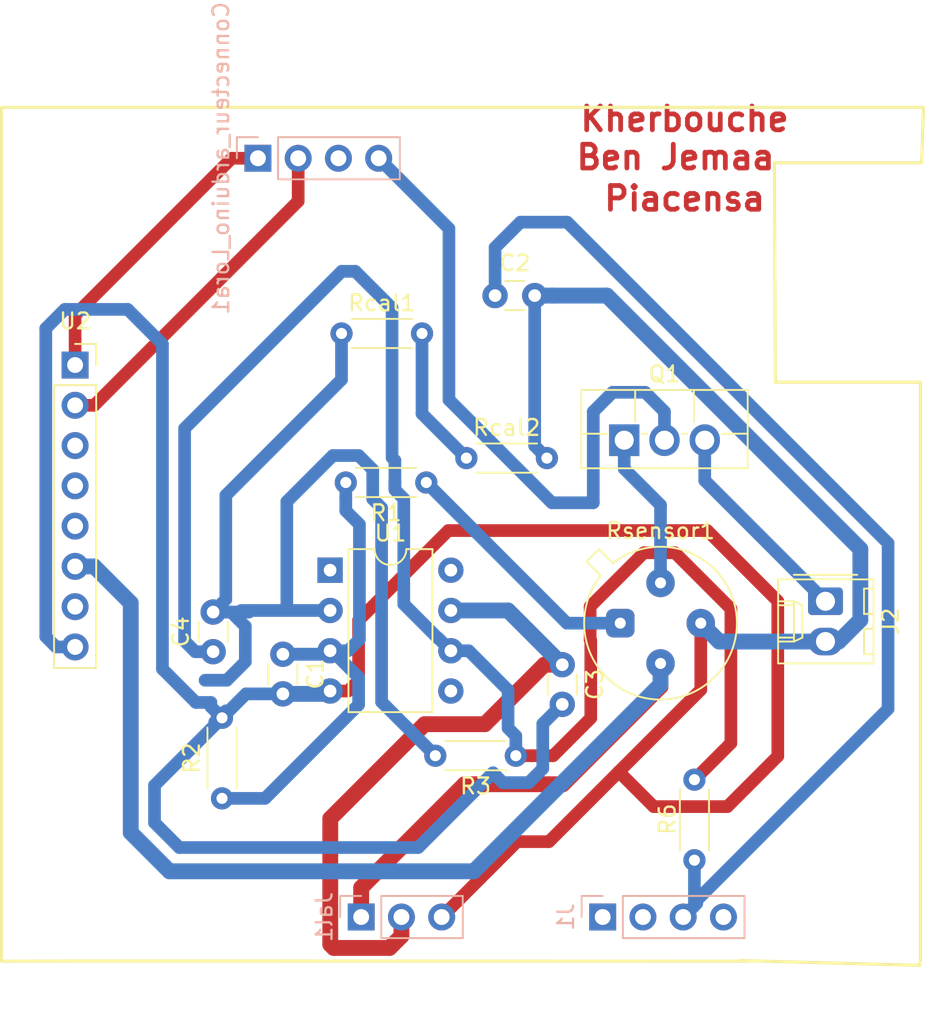
<source format=kicad_pcb>
(kicad_pcb (version 20171130) (host pcbnew "(5.0.1)-3")

  (general
    (thickness 1.6)
    (drawings 13)
    (tracks 186)
    (zones 0)
    (modules 18)
    (nets 26)
  )

  (page A4)
  (layers
    (0 F.Cu signal)
    (31 B.Cu signal)
    (32 B.Adhes user)
    (33 F.Adhes user)
    (34 B.Paste user)
    (35 F.Paste user)
    (36 B.SilkS user)
    (37 F.SilkS user)
    (38 B.Mask user)
    (39 F.Mask user)
    (40 Dwgs.User user)
    (41 Cmts.User user)
    (42 Eco1.User user)
    (43 Eco2.User user)
    (44 Edge.Cuts user)
    (45 Margin user)
    (46 B.CrtYd user)
    (47 F.CrtYd user)
    (48 B.Fab user)
    (49 F.Fab user)
  )

  (setup
    (last_trace_width 0.8)
    (trace_clearance 0.6)
    (zone_clearance 0.508)
    (zone_45_only no)
    (trace_min 0.2)
    (segment_width 0.2)
    (edge_width 0.1)
    (via_size 1.6)
    (via_drill 0.4)
    (via_min_size 0.4)
    (via_min_drill 0.3)
    (uvia_size 0.3)
    (uvia_drill 0.1)
    (uvias_allowed no)
    (uvia_min_size 0.2)
    (uvia_min_drill 0.1)
    (pcb_text_width 0.3)
    (pcb_text_size 1.5 1.5)
    (mod_edge_width 0.15)
    (mod_text_size 1 1)
    (mod_text_width 0.15)
    (pad_size 1.5 1.5)
    (pad_drill 0.6)
    (pad_to_mask_clearance 0)
    (solder_mask_min_width 0.25)
    (aux_axis_origin 0 0)
    (visible_elements 7FFFFFFF)
    (pcbplotparams
      (layerselection 0x010fc_ffffffff)
      (usegerberextensions false)
      (usegerberattributes false)
      (usegerberadvancedattributes false)
      (creategerberjobfile false)
      (excludeedgelayer true)
      (linewidth 0.100000)
      (plotframeref false)
      (viasonmask false)
      (mode 1)
      (useauxorigin false)
      (hpglpennumber 1)
      (hpglpenspeed 20)
      (hpglpendiameter 15.000000)
      (psnegative false)
      (psa4output false)
      (plotreference true)
      (plotvalue true)
      (plotinvisibletext false)
      (padsonsilk false)
      (subtractmaskfromsilk false)
      (outputformat 1)
      (mirror false)
      (drillshape 1)
      (scaleselection 1)
      (outputdirectory ""))
  )

  (net 0 "")
  (net 1 "Net-(C1-Pad1)")
  (net 2 GND)
  (net 3 GAS)
  (net 4 +5V)
  (net 5 "Net-(C4-Pad2)")
  (net 6 "Net-(C4-Pad1)")
  (net 7 TX)
  (net 8 RX)
  (net 9 "Net-(J1-Pad1)")
  (net 10 "Net-(J1-Pad2)")
  (net 11 "Net-(J1-Pad4)")
  (net 12 "Net-(J2-Pad1)")
  (net 13 +3V3)
  (net 14 "Net-(Q1-Pad1)")
  (net 15 "Net-(R1-Pad1)")
  (net 16 "Net-(Rcal1-Pad2)")
  (net 17 "Net-(U1-Pad1)")
  (net 18 "Net-(U1-Pad5)")
  (net 19 "Net-(U1-Pad8)")
  (net 20 "Net-(Connecteur_arduino_Lora1-Pad4)")
  (net 21 "Net-(Connecteur_arduino_Lora1-Pad3)")
  (net 22 "Net-(U2-Pad3)")
  (net 23 "Net-(U2-Pad4)")
  (net 24 "Net-(U2-Pad5)")
  (net 25 "Net-(U2-Pad7)")

  (net_class Default "Ceci est la Netclass par défaut."
    (clearance 0.6)
    (trace_width 0.8)
    (via_dia 1.6)
    (via_drill 0.4)
    (uvia_dia 0.3)
    (uvia_drill 0.1)
    (add_net GAS)
    (add_net GND)
    (add_net "Net-(C1-Pad1)")
    (add_net "Net-(C4-Pad1)")
    (add_net "Net-(C4-Pad2)")
    (add_net "Net-(Connecteur_arduino_Lora1-Pad3)")
    (add_net "Net-(Connecteur_arduino_Lora1-Pad4)")
    (add_net "Net-(J1-Pad1)")
    (add_net "Net-(J1-Pad2)")
    (add_net "Net-(J1-Pad4)")
    (add_net "Net-(J2-Pad1)")
    (add_net "Net-(Q1-Pad1)")
    (add_net "Net-(R1-Pad1)")
    (add_net "Net-(Rcal1-Pad2)")
    (add_net "Net-(U1-Pad1)")
    (add_net "Net-(U1-Pad5)")
    (add_net "Net-(U1-Pad8)")
    (add_net "Net-(U2-Pad3)")
    (add_net "Net-(U2-Pad4)")
    (add_net "Net-(U2-Pad5)")
    (add_net "Net-(U2-Pad7)")
    (add_net RX)
    (add_net TX)
  )

  (net_class alim ""
    (clearance 0.6)
    (trace_width 1)
    (via_dia 1.6)
    (via_drill 0.4)
    (uvia_dia 0.3)
    (uvia_drill 0.1)
    (add_net +3V3)
    (add_net +5V)
  )

  (module Capacitor_THT:C_Disc_D3.0mm_W1.6mm_P2.50mm (layer F.Cu) (tedit 5AE50EF0) (tstamp 5C0B8F6B)
    (at 142.29 102.4 270)
    (descr "C, Disc series, Radial, pin pitch=2.50mm, , diameter*width=3.0*1.6mm^2, Capacitor, http://www.vishay.com/docs/45233/krseries.pdf")
    (tags "C Disc series Radial pin pitch 2.50mm  diameter 3.0mm width 1.6mm Capacitor")
    (path /5BEAC7FF)
    (fp_text reference C1 (at 1.25 -2.05 270) (layer F.SilkS)
      (effects (font (size 1 1) (thickness 0.15)))
    )
    (fp_text value 100n (at 1.25 2.05 270) (layer F.Fab)
      (effects (font (size 1 1) (thickness 0.15)))
    )
    (fp_text user %R (at 1.25 0 270) (layer F.Fab)
      (effects (font (size 0.6 0.6) (thickness 0.09)))
    )
    (fp_line (start 3.55 -1.05) (end -1.05 -1.05) (layer F.CrtYd) (width 0.05))
    (fp_line (start 3.55 1.05) (end 3.55 -1.05) (layer F.CrtYd) (width 0.05))
    (fp_line (start -1.05 1.05) (end 3.55 1.05) (layer F.CrtYd) (width 0.05))
    (fp_line (start -1.05 -1.05) (end -1.05 1.05) (layer F.CrtYd) (width 0.05))
    (fp_line (start 0.621 0.92) (end 1.879 0.92) (layer F.SilkS) (width 0.12))
    (fp_line (start 0.621 -0.92) (end 1.879 -0.92) (layer F.SilkS) (width 0.12))
    (fp_line (start 2.75 -0.8) (end -0.25 -0.8) (layer F.Fab) (width 0.1))
    (fp_line (start 2.75 0.8) (end 2.75 -0.8) (layer F.Fab) (width 0.1))
    (fp_line (start -0.25 0.8) (end 2.75 0.8) (layer F.Fab) (width 0.1))
    (fp_line (start -0.25 -0.8) (end -0.25 0.8) (layer F.Fab) (width 0.1))
    (pad 2 thru_hole circle (at 2.5 0 270) (size 1.6 1.6) (drill 0.8) (layers *.Cu *.Mask)
      (net 2 GND))
    (pad 1 thru_hole circle (at 0 0 270) (size 1.6 1.6) (drill 0.8) (layers *.Cu *.Mask)
      (net 1 "Net-(C1-Pad1)"))
    (model ${KISYS3DMOD}/Capacitor_THT.3dshapes/C_Disc_D3.0mm_W1.6mm_P2.50mm.wrl
      (at (xyz 0 0 0))
      (scale (xyz 1 1 1))
      (rotate (xyz 0 0 0))
    )
  )

  (module Capacitor_THT:C_Disc_D3.0mm_W1.6mm_P2.50mm (layer F.Cu) (tedit 5AE50EF0) (tstamp 5C0B8F5B)
    (at 155.68 79.78)
    (descr "C, Disc series, Radial, pin pitch=2.50mm, , diameter*width=3.0*1.6mm^2, Capacitor, http://www.vishay.com/docs/45233/krseries.pdf")
    (tags "C Disc series Radial pin pitch 2.50mm  diameter 3.0mm width 1.6mm Capacitor")
    (path /5BE33E33)
    (fp_text reference C2 (at 1.25 -2.05) (layer F.SilkS)
      (effects (font (size 1 1) (thickness 0.15)))
    )
    (fp_text value 100n (at 1.25 2.05) (layer F.Fab)
      (effects (font (size 1 1) (thickness 0.15)))
    )
    (fp_line (start -0.25 -0.8) (end -0.25 0.8) (layer F.Fab) (width 0.1))
    (fp_line (start -0.25 0.8) (end 2.75 0.8) (layer F.Fab) (width 0.1))
    (fp_line (start 2.75 0.8) (end 2.75 -0.8) (layer F.Fab) (width 0.1))
    (fp_line (start 2.75 -0.8) (end -0.25 -0.8) (layer F.Fab) (width 0.1))
    (fp_line (start 0.621 -0.92) (end 1.879 -0.92) (layer F.SilkS) (width 0.12))
    (fp_line (start 0.621 0.92) (end 1.879 0.92) (layer F.SilkS) (width 0.12))
    (fp_line (start -1.05 -1.05) (end -1.05 1.05) (layer F.CrtYd) (width 0.05))
    (fp_line (start -1.05 1.05) (end 3.55 1.05) (layer F.CrtYd) (width 0.05))
    (fp_line (start 3.55 1.05) (end 3.55 -1.05) (layer F.CrtYd) (width 0.05))
    (fp_line (start 3.55 -1.05) (end -1.05 -1.05) (layer F.CrtYd) (width 0.05))
    (fp_text user %R (at 1.25 0) (layer F.Fab)
      (effects (font (size 0.6 0.6) (thickness 0.09)))
    )
    (pad 1 thru_hole circle (at 0 0) (size 1.6 1.6) (drill 0.8) (layers *.Cu *.Mask)
      (net 3 GAS))
    (pad 2 thru_hole circle (at 2.5 0) (size 1.6 1.6) (drill 0.8) (layers *.Cu *.Mask)
      (net 2 GND))
    (model ${KISYS3DMOD}/Capacitor_THT.3dshapes/C_Disc_D3.0mm_W1.6mm_P2.50mm.wrl
      (at (xyz 0 0 0))
      (scale (xyz 1 1 1))
      (rotate (xyz 0 0 0))
    )
  )

  (module Capacitor_THT:C_Disc_D3.0mm_W1.6mm_P2.50mm (layer F.Cu) (tedit 5AE50EF0) (tstamp 5C0B8F4B)
    (at 159.92 103.06 270)
    (descr "C, Disc series, Radial, pin pitch=2.50mm, , diameter*width=3.0*1.6mm^2, Capacitor, http://www.vishay.com/docs/45233/krseries.pdf")
    (tags "C Disc series Radial pin pitch 2.50mm  diameter 3.0mm width 1.6mm Capacitor")
    (path /5BE33EDD)
    (fp_text reference C3 (at 1.25 -2.05 270) (layer F.SilkS)
      (effects (font (size 1 1) (thickness 0.15)))
    )
    (fp_text value 100n (at 1.12 1.73 270) (layer F.Fab)
      (effects (font (size 1 1) (thickness 0.15)))
    )
    (fp_text user %R (at 1.25 0 270) (layer F.Fab)
      (effects (font (size 0.6 0.6) (thickness 0.09)))
    )
    (fp_line (start 3.55 -1.05) (end -1.05 -1.05) (layer F.CrtYd) (width 0.05))
    (fp_line (start 3.55 1.05) (end 3.55 -1.05) (layer F.CrtYd) (width 0.05))
    (fp_line (start -1.05 1.05) (end 3.55 1.05) (layer F.CrtYd) (width 0.05))
    (fp_line (start -1.05 -1.05) (end -1.05 1.05) (layer F.CrtYd) (width 0.05))
    (fp_line (start 0.621 0.92) (end 1.879 0.92) (layer F.SilkS) (width 0.12))
    (fp_line (start 0.621 -0.92) (end 1.879 -0.92) (layer F.SilkS) (width 0.12))
    (fp_line (start 2.75 -0.8) (end -0.25 -0.8) (layer F.Fab) (width 0.1))
    (fp_line (start 2.75 0.8) (end 2.75 -0.8) (layer F.Fab) (width 0.1))
    (fp_line (start -0.25 0.8) (end 2.75 0.8) (layer F.Fab) (width 0.1))
    (fp_line (start -0.25 -0.8) (end -0.25 0.8) (layer F.Fab) (width 0.1))
    (pad 2 thru_hole circle (at 2.5 0 270) (size 1.6 1.6) (drill 0.8) (layers *.Cu *.Mask)
      (net 2 GND))
    (pad 1 thru_hole circle (at 0 0 270) (size 1.6 1.6) (drill 0.8) (layers *.Cu *.Mask)
      (net 4 +5V))
    (model ${KISYS3DMOD}/Capacitor_THT.3dshapes/C_Disc_D3.0mm_W1.6mm_P2.50mm.wrl
      (at (xyz 0 0 0))
      (scale (xyz 1 1 1))
      (rotate (xyz 0 0 0))
    )
  )

  (module Capacitor_THT:C_Disc_D3.0mm_W1.6mm_P2.50mm (layer F.Cu) (tedit 5AE50EF0) (tstamp 5C0B8F3B)
    (at 137.89 102.24 90)
    (descr "C, Disc series, Radial, pin pitch=2.50mm, , diameter*width=3.0*1.6mm^2, Capacitor, http://www.vishay.com/docs/45233/krseries.pdf")
    (tags "C Disc series Radial pin pitch 2.50mm  diameter 3.0mm width 1.6mm Capacitor")
    (path /5BE33CE3)
    (fp_text reference C4 (at 1.25 -2.05 90) (layer F.SilkS)
      (effects (font (size 1 1) (thickness 0.15)))
    )
    (fp_text value 1u (at 1.25 2.05 90) (layer F.Fab)
      (effects (font (size 1 1) (thickness 0.15)))
    )
    (fp_line (start -0.25 -0.8) (end -0.25 0.8) (layer F.Fab) (width 0.1))
    (fp_line (start -0.25 0.8) (end 2.75 0.8) (layer F.Fab) (width 0.1))
    (fp_line (start 2.75 0.8) (end 2.75 -0.8) (layer F.Fab) (width 0.1))
    (fp_line (start 2.75 -0.8) (end -0.25 -0.8) (layer F.Fab) (width 0.1))
    (fp_line (start 0.621 -0.92) (end 1.879 -0.92) (layer F.SilkS) (width 0.12))
    (fp_line (start 0.621 0.92) (end 1.879 0.92) (layer F.SilkS) (width 0.12))
    (fp_line (start -1.05 -1.05) (end -1.05 1.05) (layer F.CrtYd) (width 0.05))
    (fp_line (start -1.05 1.05) (end 3.55 1.05) (layer F.CrtYd) (width 0.05))
    (fp_line (start 3.55 1.05) (end 3.55 -1.05) (layer F.CrtYd) (width 0.05))
    (fp_line (start 3.55 -1.05) (end -1.05 -1.05) (layer F.CrtYd) (width 0.05))
    (fp_text user %R (at -1.34 -0.17 90) (layer F.Fab)
      (effects (font (size 0.6 0.6) (thickness 0.09)))
    )
    (pad 1 thru_hole circle (at 0 0 90) (size 1.6 1.6) (drill 0.8) (layers *.Cu *.Mask)
      (net 6 "Net-(C4-Pad1)"))
    (pad 2 thru_hole circle (at 2.5 0 90) (size 1.6 1.6) (drill 0.8) (layers *.Cu *.Mask)
      (net 5 "Net-(C4-Pad2)"))
    (model ${KISYS3DMOD}/Capacitor_THT.3dshapes/C_Disc_D3.0mm_W1.6mm_P2.50mm.wrl
      (at (xyz 0 0 0))
      (scale (xyz 1 1 1))
      (rotate (xyz 0 0 0))
    )
  )

  (module Connector_PinSocket_2.54mm:PinSocket_1x08_P2.54mm_Vertical (layer F.Cu) (tedit 5A19A420) (tstamp 5C0B7B4A)
    (at 129.18 84.16)
    (descr "Through hole straight socket strip, 1x08, 2.54mm pitch, single row (from Kicad 4.0.7), script generated")
    (tags "Through hole socket strip THT 1x08 2.54mm single row")
    (path /5BFF0A95)
    (fp_text reference U2 (at 0 -2.77) (layer F.SilkS)
      (effects (font (size 1 1) (thickness 0.15)))
    )
    (fp_text value rn2483 (at 0 20.55) (layer F.Fab)
      (effects (font (size 1 1) (thickness 0.15)))
    )
    (fp_line (start -1.27 -1.27) (end 0.635 -1.27) (layer F.Fab) (width 0.1))
    (fp_line (start 0.635 -1.27) (end 1.27 -0.635) (layer F.Fab) (width 0.1))
    (fp_line (start 1.27 -0.635) (end 1.27 19.05) (layer F.Fab) (width 0.1))
    (fp_line (start 1.27 19.05) (end -1.27 19.05) (layer F.Fab) (width 0.1))
    (fp_line (start -1.27 19.05) (end -1.27 -1.27) (layer F.Fab) (width 0.1))
    (fp_line (start -1.33 1.27) (end 1.33 1.27) (layer F.SilkS) (width 0.12))
    (fp_line (start -1.33 1.27) (end -1.33 19.11) (layer F.SilkS) (width 0.12))
    (fp_line (start -1.33 19.11) (end 1.33 19.11) (layer F.SilkS) (width 0.12))
    (fp_line (start 1.33 1.27) (end 1.33 19.11) (layer F.SilkS) (width 0.12))
    (fp_line (start 1.33 -1.33) (end 1.33 0) (layer F.SilkS) (width 0.12))
    (fp_line (start 0 -1.33) (end 1.33 -1.33) (layer F.SilkS) (width 0.12))
    (fp_line (start -1.8 -1.8) (end 1.75 -1.8) (layer F.CrtYd) (width 0.05))
    (fp_line (start 1.75 -1.8) (end 1.75 19.55) (layer F.CrtYd) (width 0.05))
    (fp_line (start 1.75 19.55) (end -1.8 19.55) (layer F.CrtYd) (width 0.05))
    (fp_line (start -1.8 19.55) (end -1.8 -1.8) (layer F.CrtYd) (width 0.05))
    (fp_text user %R (at 0 8.89 90) (layer F.Fab)
      (effects (font (size 1 1) (thickness 0.15)))
    )
    (pad 1 thru_hole rect (at 0 0) (size 1.7 1.7) (drill 1) (layers *.Cu *.Mask)
      (net 7 TX))
    (pad 2 thru_hole oval (at 0 2.54) (size 1.7 1.7) (drill 1) (layers *.Cu *.Mask)
      (net 8 RX))
    (pad 3 thru_hole oval (at 0 5.08) (size 1.7 1.7) (drill 1) (layers *.Cu *.Mask)
      (net 22 "Net-(U2-Pad3)"))
    (pad 4 thru_hole oval (at 0 7.62) (size 1.7 1.7) (drill 1) (layers *.Cu *.Mask)
      (net 23 "Net-(U2-Pad4)"))
    (pad 5 thru_hole oval (at 0 10.16) (size 1.7 1.7) (drill 1) (layers *.Cu *.Mask)
      (net 24 "Net-(U2-Pad5)"))
    (pad 6 thru_hole oval (at 0 12.7) (size 1.7 1.7) (drill 1) (layers *.Cu *.Mask)
      (net 13 +3V3))
    (pad 7 thru_hole oval (at 0 15.24) (size 1.7 1.7) (drill 1) (layers *.Cu *.Mask)
      (net 25 "Net-(U2-Pad7)"))
    (pad 8 thru_hole oval (at 0 17.78) (size 1.7 1.7) (drill 1) (layers *.Cu *.Mask)
      (net 2 GND))
    (model ${KISYS3DMOD}/Connector_PinSocket_2.54mm.3dshapes/PinSocket_1x08_P2.54mm_Vertical.wrl
      (at (xyz 0 0 0))
      (scale (xyz 1 1 1))
      (rotate (xyz 0 0 0))
    )
  )

  (module Connector_PinHeader_2.54mm:PinHeader_1x04_P2.54mm_Vertical (layer B.Cu) (tedit 59FED5CC) (tstamp 5C012AA2)
    (at 162.4711 118.9736 270)
    (descr "Through hole straight pin header, 1x04, 2.54mm pitch, single row")
    (tags "Through hole pin header THT 1x04 2.54mm single row")
    (path /5BFB17B5)
    (fp_text reference J1 (at 0 2.33 270) (layer B.SilkS)
      (effects (font (size 1 1) (thickness 0.15)) (justify mirror))
    )
    (fp_text value Conn_01x04_Male (at 0 -9.95 270) (layer B.Fab)
      (effects (font (size 1 1) (thickness 0.15)) (justify mirror))
    )
    (fp_line (start -0.635 1.27) (end 1.27 1.27) (layer B.Fab) (width 0.1))
    (fp_line (start 1.27 1.27) (end 1.27 -8.89) (layer B.Fab) (width 0.1))
    (fp_line (start 1.27 -8.89) (end -1.27 -8.89) (layer B.Fab) (width 0.1))
    (fp_line (start -1.27 -8.89) (end -1.27 0.635) (layer B.Fab) (width 0.1))
    (fp_line (start -1.27 0.635) (end -0.635 1.27) (layer B.Fab) (width 0.1))
    (fp_line (start -1.33 -8.95) (end 1.33 -8.95) (layer B.SilkS) (width 0.12))
    (fp_line (start -1.33 -1.27) (end -1.33 -8.95) (layer B.SilkS) (width 0.12))
    (fp_line (start 1.33 -1.27) (end 1.33 -8.95) (layer B.SilkS) (width 0.12))
    (fp_line (start -1.33 -1.27) (end 1.33 -1.27) (layer B.SilkS) (width 0.12))
    (fp_line (start -1.33 0) (end -1.33 1.33) (layer B.SilkS) (width 0.12))
    (fp_line (start -1.33 1.33) (end 0 1.33) (layer B.SilkS) (width 0.12))
    (fp_line (start -1.8 1.8) (end -1.8 -9.4) (layer B.CrtYd) (width 0.05))
    (fp_line (start -1.8 -9.4) (end 1.8 -9.4) (layer B.CrtYd) (width 0.05))
    (fp_line (start 1.8 -9.4) (end 1.8 1.8) (layer B.CrtYd) (width 0.05))
    (fp_line (start 1.8 1.8) (end -1.8 1.8) (layer B.CrtYd) (width 0.05))
    (fp_text user %R (at 0 -3.81 180) (layer B.Fab)
      (effects (font (size 1 1) (thickness 0.15)) (justify mirror))
    )
    (pad 1 thru_hole rect (at 0 0 270) (size 1.7 1.7) (drill 1) (layers *.Cu *.Mask)
      (net 9 "Net-(J1-Pad1)"))
    (pad 2 thru_hole oval (at 0 -2.54 270) (size 1.7 1.7) (drill 1) (layers *.Cu *.Mask)
      (net 10 "Net-(J1-Pad2)"))
    (pad 3 thru_hole oval (at 0 -5.08 270) (size 1.7 1.7) (drill 1) (layers *.Cu *.Mask)
      (net 3 GAS))
    (pad 4 thru_hole oval (at 0 -7.62 270) (size 1.7 1.7) (drill 1) (layers *.Cu *.Mask)
      (net 11 "Net-(J1-Pad4)"))
    (model ${KISYS3DMOD}/Connector_PinHeader_2.54mm.3dshapes/PinHeader_1x04_P2.54mm_Vertical.wrl
      (at (xyz 0 0 0))
      (scale (xyz 1 1 1))
      (rotate (xyz 0 0 0))
    )
  )

  (module Connector_PinHeader_2.54mm:PinHeader_1x04_P2.54mm_Vertical (layer B.Cu) (tedit 59FED5CC) (tstamp 5C071BFD)
    (at 140.716 71.12 270)
    (descr "Through hole straight pin header, 1x04, 2.54mm pitch, single row")
    (tags "Through hole pin header THT 1x04 2.54mm single row")
    (path /5BFAA5D6)
    (fp_text reference Connecteur_arduino_Lora1 (at 0 2.33 270) (layer B.SilkS)
      (effects (font (size 1 1) (thickness 0.15)) (justify mirror))
    )
    (fp_text value Conn_01x04 (at 0 -9.95 270) (layer B.Fab)
      (effects (font (size 1 1) (thickness 0.15)) (justify mirror))
    )
    (fp_line (start -0.635 1.27) (end 1.27 1.27) (layer B.Fab) (width 0.1))
    (fp_line (start 1.27 1.27) (end 1.27 -8.89) (layer B.Fab) (width 0.1))
    (fp_line (start 1.27 -8.89) (end -1.27 -8.89) (layer B.Fab) (width 0.1))
    (fp_line (start -1.27 -8.89) (end -1.27 0.635) (layer B.Fab) (width 0.1))
    (fp_line (start -1.27 0.635) (end -0.635 1.27) (layer B.Fab) (width 0.1))
    (fp_line (start -1.33 -8.95) (end 1.33 -8.95) (layer B.SilkS) (width 0.12))
    (fp_line (start -1.33 -1.27) (end -1.33 -8.95) (layer B.SilkS) (width 0.12))
    (fp_line (start 1.33 -1.27) (end 1.33 -8.95) (layer B.SilkS) (width 0.12))
    (fp_line (start -1.33 -1.27) (end 1.33 -1.27) (layer B.SilkS) (width 0.12))
    (fp_line (start -1.33 0) (end -1.33 1.33) (layer B.SilkS) (width 0.12))
    (fp_line (start -1.33 1.33) (end 0 1.33) (layer B.SilkS) (width 0.12))
    (fp_line (start -1.8 1.8) (end -1.8 -9.4) (layer B.CrtYd) (width 0.05))
    (fp_line (start -1.8 -9.4) (end 1.8 -9.4) (layer B.CrtYd) (width 0.05))
    (fp_line (start 1.8 -9.4) (end 1.8 1.8) (layer B.CrtYd) (width 0.05))
    (fp_line (start 1.8 1.8) (end -1.8 1.8) (layer B.CrtYd) (width 0.05))
    (fp_text user %R (at 0 -3.81 180) (layer B.Fab)
      (effects (font (size 1 1) (thickness 0.15)) (justify mirror))
    )
    (pad 1 thru_hole rect (at 0 0 270) (size 1.7 1.7) (drill 1) (layers *.Cu *.Mask)
      (net 7 TX))
    (pad 2 thru_hole oval (at 0 -2.54 270) (size 1.7 1.7) (drill 1) (layers *.Cu *.Mask)
      (net 8 RX))
    (pad 3 thru_hole oval (at 0 -5.08 270) (size 1.7 1.7) (drill 1) (layers *.Cu *.Mask)
      (net 21 "Net-(Connecteur_arduino_Lora1-Pad3)"))
    (pad 4 thru_hole oval (at 0 -7.62 270) (size 1.7 1.7) (drill 1) (layers *.Cu *.Mask)
      (net 20 "Net-(Connecteur_arduino_Lora1-Pad4)"))
    (model ${KISYS3DMOD}/Connector_PinHeader_2.54mm.3dshapes/PinHeader_1x04_P2.54mm_Vertical.wrl
      (at (xyz 0 0 0))
      (scale (xyz 1 1 1))
      (rotate (xyz 0 0 0))
    )
  )

  (module Connector_Molex:Molex_KK-254_AE-6410-02A_1x02_P2.54mm_Vertical (layer F.Cu) (tedit 5B78013E) (tstamp 5C012AC6)
    (at 176.53 99.06 270)
    (descr "Molex KK-254 Interconnect System, old/engineering part number: AE-6410-02A example for new part number: 22-27-2021, 2 Pins (http://www.molex.com/pdm_docs/sd/022272021_sd.pdf), generated with kicad-footprint-generator")
    (tags "connector Molex KK-254 side entry")
    (path /5BEC4B2F)
    (fp_text reference J2 (at 1.27 -4.12 270) (layer F.SilkS)
      (effects (font (size 1 1) (thickness 0.15)))
    )
    (fp_text value "Alim Vin" (at 1.27 4.08 270) (layer F.Fab)
      (effects (font (size 1 1) (thickness 0.15)))
    )
    (fp_line (start -1.27 -2.92) (end -1.27 2.88) (layer F.Fab) (width 0.1))
    (fp_line (start -1.27 2.88) (end 3.81 2.88) (layer F.Fab) (width 0.1))
    (fp_line (start 3.81 2.88) (end 3.81 -2.92) (layer F.Fab) (width 0.1))
    (fp_line (start 3.81 -2.92) (end -1.27 -2.92) (layer F.Fab) (width 0.1))
    (fp_line (start -1.38 -3.03) (end -1.38 2.99) (layer F.SilkS) (width 0.12))
    (fp_line (start -1.38 2.99) (end 3.92 2.99) (layer F.SilkS) (width 0.12))
    (fp_line (start 3.92 2.99) (end 3.92 -3.03) (layer F.SilkS) (width 0.12))
    (fp_line (start 3.92 -3.03) (end -1.38 -3.03) (layer F.SilkS) (width 0.12))
    (fp_line (start -1.67 -2) (end -1.67 2) (layer F.SilkS) (width 0.12))
    (fp_line (start -1.27 -0.5) (end -0.562893 0) (layer F.Fab) (width 0.1))
    (fp_line (start -0.562893 0) (end -1.27 0.5) (layer F.Fab) (width 0.1))
    (fp_line (start 0 2.99) (end 0 1.99) (layer F.SilkS) (width 0.12))
    (fp_line (start 0 1.99) (end 2.54 1.99) (layer F.SilkS) (width 0.12))
    (fp_line (start 2.54 1.99) (end 2.54 2.99) (layer F.SilkS) (width 0.12))
    (fp_line (start 0 1.99) (end 0.25 1.46) (layer F.SilkS) (width 0.12))
    (fp_line (start 0.25 1.46) (end 2.29 1.46) (layer F.SilkS) (width 0.12))
    (fp_line (start 2.29 1.46) (end 2.54 1.99) (layer F.SilkS) (width 0.12))
    (fp_line (start 0.25 2.99) (end 0.25 1.99) (layer F.SilkS) (width 0.12))
    (fp_line (start 2.29 2.99) (end 2.29 1.99) (layer F.SilkS) (width 0.12))
    (fp_line (start -0.8 -3.03) (end -0.8 -2.43) (layer F.SilkS) (width 0.12))
    (fp_line (start -0.8 -2.43) (end 0.8 -2.43) (layer F.SilkS) (width 0.12))
    (fp_line (start 0.8 -2.43) (end 0.8 -3.03) (layer F.SilkS) (width 0.12))
    (fp_line (start 1.74 -3.03) (end 1.74 -2.43) (layer F.SilkS) (width 0.12))
    (fp_line (start 1.74 -2.43) (end 3.34 -2.43) (layer F.SilkS) (width 0.12))
    (fp_line (start 3.34 -2.43) (end 3.34 -3.03) (layer F.SilkS) (width 0.12))
    (fp_line (start -1.77 -3.42) (end -1.77 3.38) (layer F.CrtYd) (width 0.05))
    (fp_line (start -1.77 3.38) (end 4.31 3.38) (layer F.CrtYd) (width 0.05))
    (fp_line (start 4.31 3.38) (end 4.31 -3.42) (layer F.CrtYd) (width 0.05))
    (fp_line (start 4.31 -3.42) (end -1.77 -3.42) (layer F.CrtYd) (width 0.05))
    (fp_text user %R (at 1.27 -2.22 270) (layer F.Fab)
      (effects (font (size 1 1) (thickness 0.15)))
    )
    (pad 1 thru_hole roundrect (at 0 0 270) (size 1.74 2.2) (drill 1.2) (layers *.Cu *.Mask) (roundrect_rratio 0.143678)
      (net 12 "Net-(J2-Pad1)"))
    (pad 2 thru_hole oval (at 2.54 0 270) (size 1.74 2.2) (drill 1.2) (layers *.Cu *.Mask)
      (net 2 GND))
    (model ${KISYS3DMOD}/Connector_Molex.3dshapes/Molex_KK-254_AE-6410-02A_1x02_P2.54mm_Vertical.wrl
      (at (xyz 0 0 0))
      (scale (xyz 1 1 1))
      (rotate (xyz 0 0 0))
    )
  )

  (module Connector_PinHeader_2.54mm:PinHeader_1x03_P2.54mm_Vertical (layer B.Cu) (tedit 59FED5CC) (tstamp 5C012ADD)
    (at 147.2311 118.9736 270)
    (descr "Through hole straight pin header, 1x03, 2.54mm pitch, single row")
    (tags "Through hole pin header THT 1x03 2.54mm single row")
    (path /5BE94A05)
    (fp_text reference Jal1 (at 0 2.33 270) (layer B.SilkS)
      (effects (font (size 1 1) (thickness 0.15)) (justify mirror))
    )
    (fp_text value "alim conn" (at 0 -7.41 270) (layer B.Fab)
      (effects (font (size 1 1) (thickness 0.15)) (justify mirror))
    )
    (fp_line (start -0.635 1.27) (end 1.27 1.27) (layer B.Fab) (width 0.1))
    (fp_line (start 1.27 1.27) (end 1.27 -6.35) (layer B.Fab) (width 0.1))
    (fp_line (start 1.27 -6.35) (end -1.27 -6.35) (layer B.Fab) (width 0.1))
    (fp_line (start -1.27 -6.35) (end -1.27 0.635) (layer B.Fab) (width 0.1))
    (fp_line (start -1.27 0.635) (end -0.635 1.27) (layer B.Fab) (width 0.1))
    (fp_line (start -1.33 -6.41) (end 1.33 -6.41) (layer B.SilkS) (width 0.12))
    (fp_line (start -1.33 -1.27) (end -1.33 -6.41) (layer B.SilkS) (width 0.12))
    (fp_line (start 1.33 -1.27) (end 1.33 -6.41) (layer B.SilkS) (width 0.12))
    (fp_line (start -1.33 -1.27) (end 1.33 -1.27) (layer B.SilkS) (width 0.12))
    (fp_line (start -1.33 0) (end -1.33 1.33) (layer B.SilkS) (width 0.12))
    (fp_line (start -1.33 1.33) (end 0 1.33) (layer B.SilkS) (width 0.12))
    (fp_line (start -1.8 1.8) (end -1.8 -6.85) (layer B.CrtYd) (width 0.05))
    (fp_line (start -1.8 -6.85) (end 1.8 -6.85) (layer B.CrtYd) (width 0.05))
    (fp_line (start 1.8 -6.85) (end 1.8 1.8) (layer B.CrtYd) (width 0.05))
    (fp_line (start 1.8 1.8) (end -1.8 1.8) (layer B.CrtYd) (width 0.05))
    (fp_text user %R (at 0 -2.54 180) (layer B.Fab)
      (effects (font (size 1 1) (thickness 0.15)) (justify mirror))
    )
    (pad 1 thru_hole rect (at 0 0 270) (size 1.7 1.7) (drill 1) (layers *.Cu *.Mask)
      (net 13 +3V3))
    (pad 2 thru_hole oval (at 0 -2.54 270) (size 1.7 1.7) (drill 1) (layers *.Cu *.Mask)
      (net 4 +5V))
    (pad 3 thru_hole oval (at 0 -5.08 270) (size 1.7 1.7) (drill 1) (layers *.Cu *.Mask)
      (net 2 GND))
    (model ${KISYS3DMOD}/Connector_PinHeader_2.54mm.3dshapes/PinHeader_1x03_P2.54mm_Vertical.wrl
      (at (xyz 0 0 0))
      (scale (xyz 1 1 1))
      (rotate (xyz 0 0 0))
    )
  )

  (module Package_TO_SOT_THT:TO-220F-3_Vertical (layer F.Cu) (tedit 5AC8BA0D) (tstamp 5C012AFA)
    (at 163.83 88.9)
    (descr "TO-220F-3, Vertical, RM 2.54mm, see http://www.st.com/resource/en/datasheet/stp20nm60.pdf")
    (tags "TO-220F-3 Vertical RM 2.54mm")
    (path /5BEAC90A)
    (fp_text reference Q1 (at 2.54 -4.1675) (layer F.SilkS)
      (effects (font (size 1 1) (thickness 0.15)))
    )
    (fp_text value 2N2219 (at 2.54 2.9025) (layer F.Fab)
      (effects (font (size 1 1) (thickness 0.15)))
    )
    (fp_line (start -2.59 -3.0475) (end -2.59 1.6525) (layer F.Fab) (width 0.1))
    (fp_line (start -2.59 1.6525) (end 7.67 1.6525) (layer F.Fab) (width 0.1))
    (fp_line (start 7.67 1.6525) (end 7.67 -3.0475) (layer F.Fab) (width 0.1))
    (fp_line (start 7.67 -3.0475) (end -2.59 -3.0475) (layer F.Fab) (width 0.1))
    (fp_line (start -2.59 -0.5275) (end 7.67 -0.5275) (layer F.Fab) (width 0.1))
    (fp_line (start 0.69 -3.0475) (end 0.69 -0.5275) (layer F.Fab) (width 0.1))
    (fp_line (start 4.39 -3.0475) (end 4.39 -0.5275) (layer F.Fab) (width 0.1))
    (fp_line (start -2.71 -3.168) (end 7.79 -3.168) (layer F.SilkS) (width 0.12))
    (fp_line (start -2.71 1.773) (end 7.79 1.773) (layer F.SilkS) (width 0.12))
    (fp_line (start -2.71 -3.168) (end -2.71 1.773) (layer F.SilkS) (width 0.12))
    (fp_line (start 7.79 -3.168) (end 7.79 1.773) (layer F.SilkS) (width 0.12))
    (fp_line (start -2.71 -0.408) (end -1.103 -0.408) (layer F.SilkS) (width 0.12))
    (fp_line (start 1.103 -0.408) (end 1.438 -0.408) (layer F.SilkS) (width 0.12))
    (fp_line (start 3.643 -0.408) (end 3.978 -0.408) (layer F.SilkS) (width 0.12))
    (fp_line (start 6.183 -0.408) (end 7.79 -0.408) (layer F.SilkS) (width 0.12))
    (fp_line (start 0.69 -3.168) (end 0.69 -1.15) (layer F.SilkS) (width 0.12))
    (fp_line (start 4.391 -3.168) (end 4.391 -1.15) (layer F.SilkS) (width 0.12))
    (fp_line (start -2.84 -3.3) (end -2.84 1.91) (layer F.CrtYd) (width 0.05))
    (fp_line (start -2.84 1.91) (end 7.92 1.91) (layer F.CrtYd) (width 0.05))
    (fp_line (start 7.92 1.91) (end 7.92 -3.3) (layer F.CrtYd) (width 0.05))
    (fp_line (start 7.92 -3.3) (end -2.84 -3.3) (layer F.CrtYd) (width 0.05))
    (fp_text user %R (at 2.54 -4.1675) (layer F.Fab)
      (effects (font (size 1 1) (thickness 0.15)))
    )
    (pad 1 thru_hole rect (at 0 0) (size 1.905 2) (drill 1.2) (layers *.Cu *.Mask)
      (net 14 "Net-(Q1-Pad1)"))
    (pad 2 thru_hole oval (at 2.54 0) (size 1.905 2) (drill 1.2) (layers *.Cu *.Mask)
      (net 20 "Net-(Connecteur_arduino_Lora1-Pad4)"))
    (pad 3 thru_hole oval (at 5.08 0) (size 1.905 2) (drill 1.2) (layers *.Cu *.Mask)
      (net 12 "Net-(J2-Pad1)"))
    (model ${KISYS3DMOD}/Package_TO_SOT_THT.3dshapes/TO-220F-3_Vertical.wrl
      (at (xyz 0 0 0))
      (scale (xyz 1 1 1))
      (rotate (xyz 0 0 0))
    )
  )

  (module Resistor_THT:R_Axial_DIN0204_L3.6mm_D1.6mm_P5.08mm_Horizontal (layer F.Cu) (tedit 5AE5139B) (tstamp 5C012B0D)
    (at 151.34 91.57 180)
    (descr "Resistor, Axial_DIN0204 series, Axial, Horizontal, pin pitch=5.08mm, 0.167W, length*diameter=3.6*1.6mm^2, http://cdn-reichelt.de/documents/datenblatt/B400/1_4W%23YAG.pdf")
    (tags "Resistor Axial_DIN0204 series Axial Horizontal pin pitch 5.08mm 0.167W length 3.6mm diameter 1.6mm")
    (path /5BEB55AB)
    (fp_text reference R1 (at 2.54 -1.92 180) (layer F.SilkS)
      (effects (font (size 1 1) (thickness 0.15)))
    )
    (fp_text value 10k (at 2.54 1.92 180) (layer F.Fab)
      (effects (font (size 1 1) (thickness 0.15)))
    )
    (fp_text user %R (at 2.54 0 180) (layer F.Fab)
      (effects (font (size 0.72 0.72) (thickness 0.108)))
    )
    (fp_line (start 6.03 -1.05) (end -0.95 -1.05) (layer F.CrtYd) (width 0.05))
    (fp_line (start 6.03 1.05) (end 6.03 -1.05) (layer F.CrtYd) (width 0.05))
    (fp_line (start -0.95 1.05) (end 6.03 1.05) (layer F.CrtYd) (width 0.05))
    (fp_line (start -0.95 -1.05) (end -0.95 1.05) (layer F.CrtYd) (width 0.05))
    (fp_line (start 0.62 0.92) (end 4.46 0.92) (layer F.SilkS) (width 0.12))
    (fp_line (start 0.62 -0.92) (end 4.46 -0.92) (layer F.SilkS) (width 0.12))
    (fp_line (start 5.08 0) (end 4.34 0) (layer F.Fab) (width 0.1))
    (fp_line (start 0 0) (end 0.74 0) (layer F.Fab) (width 0.1))
    (fp_line (start 4.34 -0.8) (end 0.74 -0.8) (layer F.Fab) (width 0.1))
    (fp_line (start 4.34 0.8) (end 4.34 -0.8) (layer F.Fab) (width 0.1))
    (fp_line (start 0.74 0.8) (end 4.34 0.8) (layer F.Fab) (width 0.1))
    (fp_line (start 0.74 -0.8) (end 0.74 0.8) (layer F.Fab) (width 0.1))
    (pad 2 thru_hole oval (at 5.08 0 180) (size 1.4 1.4) (drill 0.7) (layers *.Cu *.Mask)
      (net 1 "Net-(C1-Pad1)"))
    (pad 1 thru_hole circle (at 0 0 180) (size 1.4 1.4) (drill 0.7) (layers *.Cu *.Mask)
      (net 15 "Net-(R1-Pad1)"))
    (model ${KISYS3DMOD}/Resistor_THT.3dshapes/R_Axial_DIN0204_L3.6mm_D1.6mm_P5.08mm_Horizontal.wrl
      (at (xyz 0 0 0))
      (scale (xyz 1 1 1))
      (rotate (xyz 0 0 0))
    )
  )

  (module Resistor_THT:R_Axial_DIN0204_L3.6mm_D1.6mm_P5.08mm_Horizontal (layer F.Cu) (tedit 5AE5139B) (tstamp 5C012B20)
    (at 138.45 111.49 90)
    (descr "Resistor, Axial_DIN0204 series, Axial, Horizontal, pin pitch=5.08mm, 0.167W, length*diameter=3.6*1.6mm^2, http://cdn-reichelt.de/documents/datenblatt/B400/1_4W%23YAG.pdf")
    (tags "Resistor Axial_DIN0204 series Axial Horizontal pin pitch 5.08mm 0.167W length 3.6mm diameter 1.6mm")
    (path /5BE3414E)
    (fp_text reference R2 (at 2.54 -1.92 90) (layer F.SilkS)
      (effects (font (size 1 1) (thickness 0.15)))
    )
    (fp_text value 100k (at 2.54 1.92 90) (layer F.Fab)
      (effects (font (size 1 1) (thickness 0.15)))
    )
    (fp_text user %R (at 2.54 0 180) (layer F.Fab)
      (effects (font (size 0.72 0.72) (thickness 0.108)))
    )
    (fp_line (start 6.03 -1.05) (end -0.95 -1.05) (layer F.CrtYd) (width 0.05))
    (fp_line (start 6.03 1.05) (end 6.03 -1.05) (layer F.CrtYd) (width 0.05))
    (fp_line (start -0.95 1.05) (end 6.03 1.05) (layer F.CrtYd) (width 0.05))
    (fp_line (start -0.95 -1.05) (end -0.95 1.05) (layer F.CrtYd) (width 0.05))
    (fp_line (start 0.62 0.92) (end 4.46 0.92) (layer F.SilkS) (width 0.12))
    (fp_line (start 0.62 -0.92) (end 4.46 -0.92) (layer F.SilkS) (width 0.12))
    (fp_line (start 5.08 0) (end 4.34 0) (layer F.Fab) (width 0.1))
    (fp_line (start 0 0) (end 0.74 0) (layer F.Fab) (width 0.1))
    (fp_line (start 4.34 -0.8) (end 0.74 -0.8) (layer F.Fab) (width 0.1))
    (fp_line (start 4.34 0.8) (end 4.34 -0.8) (layer F.Fab) (width 0.1))
    (fp_line (start 0.74 0.8) (end 4.34 0.8) (layer F.Fab) (width 0.1))
    (fp_line (start 0.74 -0.8) (end 0.74 0.8) (layer F.Fab) (width 0.1))
    (pad 2 thru_hole oval (at 5.08 0 90) (size 1.4 1.4) (drill 0.7) (layers *.Cu *.Mask)
      (net 2 GND))
    (pad 1 thru_hole circle (at 0 0 90) (size 1.4 1.4) (drill 0.7) (layers *.Cu *.Mask)
      (net 1 "Net-(C1-Pad1)"))
    (model ${KISYS3DMOD}/Resistor_THT.3dshapes/R_Axial_DIN0204_L3.6mm_D1.6mm_P5.08mm_Horizontal.wrl
      (at (xyz 0 0 0))
      (scale (xyz 1 1 1))
      (rotate (xyz 0 0 0))
    )
  )

  (module Resistor_THT:R_Axial_DIN0204_L3.6mm_D1.6mm_P5.08mm_Horizontal (layer F.Cu) (tedit 5AE5139B) (tstamp 5C012B33)
    (at 156.99 108.8 180)
    (descr "Resistor, Axial_DIN0204 series, Axial, Horizontal, pin pitch=5.08mm, 0.167W, length*diameter=3.6*1.6mm^2, http://cdn-reichelt.de/documents/datenblatt/B400/1_4W%23YAG.pdf")
    (tags "Resistor Axial_DIN0204 series Axial Horizontal pin pitch 5.08mm 0.167W length 3.6mm diameter 1.6mm")
    (path /5BE340CE)
    (fp_text reference R3 (at 2.54 -1.92 180) (layer F.SilkS)
      (effects (font (size 1 1) (thickness 0.15)))
    )
    (fp_text value 100k (at 2.54 1.92 90) (layer F.Fab)
      (effects (font (size 1 1) (thickness 0.15)))
    )
    (fp_line (start 0.74 -0.8) (end 0.74 0.8) (layer F.Fab) (width 0.1))
    (fp_line (start 0.74 0.8) (end 4.34 0.8) (layer F.Fab) (width 0.1))
    (fp_line (start 4.34 0.8) (end 4.34 -0.8) (layer F.Fab) (width 0.1))
    (fp_line (start 4.34 -0.8) (end 0.74 -0.8) (layer F.Fab) (width 0.1))
    (fp_line (start 0 0) (end 0.74 0) (layer F.Fab) (width 0.1))
    (fp_line (start 5.08 0) (end 4.34 0) (layer F.Fab) (width 0.1))
    (fp_line (start 0.62 -0.92) (end 4.46 -0.92) (layer F.SilkS) (width 0.12))
    (fp_line (start 0.62 0.92) (end 4.46 0.92) (layer F.SilkS) (width 0.12))
    (fp_line (start -0.95 -1.05) (end -0.95 1.05) (layer F.CrtYd) (width 0.05))
    (fp_line (start -0.95 1.05) (end 6.03 1.05) (layer F.CrtYd) (width 0.05))
    (fp_line (start 6.03 1.05) (end 6.03 -1.05) (layer F.CrtYd) (width 0.05))
    (fp_line (start 6.03 -1.05) (end -0.95 -1.05) (layer F.CrtYd) (width 0.05))
    (fp_text user %R (at 2.81 -0.37 180) (layer F.Fab)
      (effects (font (size 0.72 0.72) (thickness 0.108)))
    )
    (pad 1 thru_hole circle (at 0 0 180) (size 1.4 1.4) (drill 0.7) (layers *.Cu *.Mask)
      (net 6 "Net-(C4-Pad1)"))
    (pad 2 thru_hole oval (at 5.08 0 180) (size 1.4 1.4) (drill 0.7) (layers *.Cu *.Mask)
      (net 5 "Net-(C4-Pad2)"))
    (model ${KISYS3DMOD}/Resistor_THT.3dshapes/R_Axial_DIN0204_L3.6mm_D1.6mm_P5.08mm_Horizontal.wrl
      (at (xyz 0 0 0))
      (scale (xyz 1 1 1))
      (rotate (xyz 0 0 0))
    )
  )

  (module Resistor_THT:R_Axial_DIN0204_L3.6mm_D1.6mm_P5.08mm_Horizontal (layer F.Cu) (tedit 5AE5139B) (tstamp 5C012B46)
    (at 168.26 115.39 90)
    (descr "Resistor, Axial_DIN0204 series, Axial, Horizontal, pin pitch=5.08mm, 0.167W, length*diameter=3.6*1.6mm^2, http://cdn-reichelt.de/documents/datenblatt/B400/1_4W%23YAG.pdf")
    (tags "Resistor Axial_DIN0204 series Axial Horizontal pin pitch 5.08mm 0.167W length 3.6mm diameter 1.6mm")
    (path /5BE8BE58)
    (fp_text reference R6 (at 2.59 -1.71 90) (layer F.SilkS)
      (effects (font (size 1 1) (thickness 0.15)))
    )
    (fp_text value 1k (at 2.54 1.92 90) (layer F.Fab)
      (effects (font (size 1 1) (thickness 0.15)))
    )
    (fp_line (start 0.74 -0.8) (end 0.74 0.8) (layer F.Fab) (width 0.1))
    (fp_line (start 0.74 0.8) (end 4.34 0.8) (layer F.Fab) (width 0.1))
    (fp_line (start 4.34 0.8) (end 4.34 -0.8) (layer F.Fab) (width 0.1))
    (fp_line (start 4.34 -0.8) (end 0.74 -0.8) (layer F.Fab) (width 0.1))
    (fp_line (start 0 0) (end 0.74 0) (layer F.Fab) (width 0.1))
    (fp_line (start 5.08 0) (end 4.34 0) (layer F.Fab) (width 0.1))
    (fp_line (start 0.62 -0.92) (end 4.46 -0.92) (layer F.SilkS) (width 0.12))
    (fp_line (start 0.62 0.92) (end 4.46 0.92) (layer F.SilkS) (width 0.12))
    (fp_line (start -0.95 -1.05) (end -0.95 1.05) (layer F.CrtYd) (width 0.05))
    (fp_line (start -0.95 1.05) (end 6.03 1.05) (layer F.CrtYd) (width 0.05))
    (fp_line (start 6.03 1.05) (end 6.03 -1.05) (layer F.CrtYd) (width 0.05))
    (fp_line (start 6.03 -1.05) (end -0.95 -1.05) (layer F.CrtYd) (width 0.05))
    (fp_text user %R (at 2.54 0 90) (layer F.Fab)
      (effects (font (size 0.72 0.72) (thickness 0.108)))
    )
    (pad 1 thru_hole circle (at 0 0 90) (size 1.4 1.4) (drill 0.7) (layers *.Cu *.Mask)
      (net 3 GAS))
    (pad 2 thru_hole oval (at 5.08 0 90) (size 1.4 1.4) (drill 0.7) (layers *.Cu *.Mask)
      (net 6 "Net-(C4-Pad1)"))
    (model ${KISYS3DMOD}/Resistor_THT.3dshapes/R_Axial_DIN0204_L3.6mm_D1.6mm_P5.08mm_Horizontal.wrl
      (at (xyz 0 0 0))
      (scale (xyz 1 1 1))
      (rotate (xyz 0 0 0))
    )
  )

  (module Resistor_THT:R_Axial_DIN0204_L3.6mm_D1.6mm_P5.08mm_Horizontal (layer F.Cu) (tedit 5AE5139B) (tstamp 5C012B59)
    (at 145.99 82.17)
    (descr "Resistor, Axial_DIN0204 series, Axial, Horizontal, pin pitch=5.08mm, 0.167W, length*diameter=3.6*1.6mm^2, http://cdn-reichelt.de/documents/datenblatt/B400/1_4W%23YAG.pdf")
    (tags "Resistor Axial_DIN0204 series Axial Horizontal pin pitch 5.08mm 0.167W length 3.6mm diameter 1.6mm")
    (path /5BE33FBC)
    (fp_text reference Rcal1 (at 2.54 -1.92) (layer F.SilkS)
      (effects (font (size 1 1) (thickness 0.15)))
    )
    (fp_text value R (at 2.54 1.92) (layer F.Fab)
      (effects (font (size 1 1) (thickness 0.15)))
    )
    (fp_line (start 0.74 -0.8) (end 0.74 0.8) (layer F.Fab) (width 0.1))
    (fp_line (start 0.74 0.8) (end 4.34 0.8) (layer F.Fab) (width 0.1))
    (fp_line (start 4.34 0.8) (end 4.34 -0.8) (layer F.Fab) (width 0.1))
    (fp_line (start 4.34 -0.8) (end 0.74 -0.8) (layer F.Fab) (width 0.1))
    (fp_line (start 0 0) (end 0.74 0) (layer F.Fab) (width 0.1))
    (fp_line (start 5.08 0) (end 4.34 0) (layer F.Fab) (width 0.1))
    (fp_line (start 0.62 -0.92) (end 4.46 -0.92) (layer F.SilkS) (width 0.12))
    (fp_line (start 0.62 0.92) (end 4.46 0.92) (layer F.SilkS) (width 0.12))
    (fp_line (start -0.95 -1.05) (end -0.95 1.05) (layer F.CrtYd) (width 0.05))
    (fp_line (start -0.95 1.05) (end 6.03 1.05) (layer F.CrtYd) (width 0.05))
    (fp_line (start 6.03 1.05) (end 6.03 -1.05) (layer F.CrtYd) (width 0.05))
    (fp_line (start 6.03 -1.05) (end -0.95 -1.05) (layer F.CrtYd) (width 0.05))
    (fp_text user %R (at 2.54 0) (layer F.Fab)
      (effects (font (size 0.72 0.72) (thickness 0.108)))
    )
    (pad 1 thru_hole circle (at 0 0) (size 1.4 1.4) (drill 0.7) (layers *.Cu *.Mask)
      (net 5 "Net-(C4-Pad2)"))
    (pad 2 thru_hole oval (at 5.08 0) (size 1.4 1.4) (drill 0.7) (layers *.Cu *.Mask)
      (net 16 "Net-(Rcal1-Pad2)"))
    (model ${KISYS3DMOD}/Resistor_THT.3dshapes/R_Axial_DIN0204_L3.6mm_D1.6mm_P5.08mm_Horizontal.wrl
      (at (xyz 0 0 0))
      (scale (xyz 1 1 1))
      (rotate (xyz 0 0 0))
    )
  )

  (module Resistor_THT:R_Axial_DIN0204_L3.6mm_D1.6mm_P5.08mm_Horizontal (layer F.Cu) (tedit 5AE5139B) (tstamp 5C012B6C)
    (at 153.87 90.03)
    (descr "Resistor, Axial_DIN0204 series, Axial, Horizontal, pin pitch=5.08mm, 0.167W, length*diameter=3.6*1.6mm^2, http://cdn-reichelt.de/documents/datenblatt/B400/1_4W%23YAG.pdf")
    (tags "Resistor Axial_DIN0204 series Axial Horizontal pin pitch 5.08mm 0.167W length 3.6mm diameter 1.6mm")
    (path /5BE34050)
    (fp_text reference Rcal2 (at 2.54 -1.92) (layer F.SilkS)
      (effects (font (size 1 1) (thickness 0.15)))
    )
    (fp_text value R (at 2.54 1.92) (layer F.Fab)
      (effects (font (size 1 1) (thickness 0.15)))
    )
    (fp_text user %R (at 2.54 0) (layer F.Fab)
      (effects (font (size 0.72 0.72) (thickness 0.108)))
    )
    (fp_line (start 6.03 -1.05) (end -0.95 -1.05) (layer F.CrtYd) (width 0.05))
    (fp_line (start 6.03 1.05) (end 6.03 -1.05) (layer F.CrtYd) (width 0.05))
    (fp_line (start -0.95 1.05) (end 6.03 1.05) (layer F.CrtYd) (width 0.05))
    (fp_line (start -0.95 -1.05) (end -0.95 1.05) (layer F.CrtYd) (width 0.05))
    (fp_line (start 0.62 0.92) (end 4.46 0.92) (layer F.SilkS) (width 0.12))
    (fp_line (start 0.62 -0.92) (end 4.46 -0.92) (layer F.SilkS) (width 0.12))
    (fp_line (start 5.08 0) (end 4.34 0) (layer F.Fab) (width 0.1))
    (fp_line (start 0 0) (end 0.74 0) (layer F.Fab) (width 0.1))
    (fp_line (start 4.34 -0.8) (end 0.74 -0.8) (layer F.Fab) (width 0.1))
    (fp_line (start 4.34 0.8) (end 4.34 -0.8) (layer F.Fab) (width 0.1))
    (fp_line (start 0.74 0.8) (end 4.34 0.8) (layer F.Fab) (width 0.1))
    (fp_line (start 0.74 -0.8) (end 0.74 0.8) (layer F.Fab) (width 0.1))
    (pad 2 thru_hole oval (at 5.08 0) (size 1.4 1.4) (drill 0.7) (layers *.Cu *.Mask)
      (net 2 GND))
    (pad 1 thru_hole circle (at 0 0) (size 1.4 1.4) (drill 0.7) (layers *.Cu *.Mask)
      (net 16 "Net-(Rcal1-Pad2)"))
    (model ${KISYS3DMOD}/Resistor_THT.3dshapes/R_Axial_DIN0204_L3.6mm_D1.6mm_P5.08mm_Horizontal.wrl
      (at (xyz 0 0 0))
      (scale (xyz 1 1 1))
      (rotate (xyz 0 0 0))
    )
  )

  (module Package_TO_SOT_THT:TO-5-4pro (layer F.Cu) (tedit 5BE80900) (tstamp 5C012B9E)
    (at 163.58 100.44)
    (descr TO-5-4)
    (tags TO-5-4)
    (path /5BEA2CAF)
    (fp_text reference Rsensor1 (at 2.54 -5.82) (layer F.SilkS)
      (effects (font (size 1 1) (thickness 0.15)))
    )
    (fp_text value Fan_CPU_4pin (at 2.54 5.82) (layer F.Fab)
      (effects (font (size 1 1) (thickness 0.15)))
    )
    (fp_text user %R (at 2.54 -5.82) (layer F.Fab)
      (effects (font (size 1 1) (thickness 0.15)))
    )
    (fp_line (start -0.465408 -3.61352) (end -1.27151 -4.419621) (layer F.Fab) (width 0.1))
    (fp_line (start -1.27151 -4.419621) (end -1.879621 -3.81151) (layer F.Fab) (width 0.1))
    (fp_line (start -1.879621 -3.81151) (end -1.07352 -3.005408) (layer F.Fab) (width 0.1))
    (fp_line (start -0.457084 -3.774902) (end -1.348039 -4.665856) (layer F.SilkS) (width 0.12))
    (fp_line (start -1.348039 -4.665856) (end -2.125856 -3.888039) (layer F.SilkS) (width 0.12))
    (fp_line (start -2.125856 -3.888039) (end -1.234902 -2.997084) (layer F.SilkS) (width 0.12))
    (fp_line (start -2.41 -4.95) (end -2.41 4.95) (layer F.CrtYd) (width 0.05))
    (fp_line (start -2.41 4.95) (end 7.49 4.95) (layer F.CrtYd) (width 0.05))
    (fp_line (start 7.49 4.95) (end 7.49 -4.95) (layer F.CrtYd) (width 0.05))
    (fp_line (start 7.49 -4.95) (end -2.41 -4.95) (layer F.CrtYd) (width 0.05))
    (fp_circle (center 2.54 0) (end 6.79 0) (layer F.Fab) (width 0.1))
    (fp_arc (start 2.54 0) (end -0.465408 -3.61352) (angle 349.5) (layer F.Fab) (width 0.1))
    (fp_arc (start 2.54 0) (end -0.457084 -3.774902) (angle 346.9) (layer F.SilkS) (width 0.12))
    (pad 1 thru_hole roundrect (at 0 0) (size 1.8 1.8) (drill 0.7) (layers *.Cu *.Mask) (roundrect_rratio 0.25)
      (net 15 "Net-(R1-Pad1)"))
    (pad 2 thru_hole oval (at 2.54 2.54) (size 1.8 1.8) (drill 0.7) (layers *.Cu *.Mask)
      (net 13 +3V3))
    (pad 3 thru_hole oval (at 5.08 0) (size 1.8 1.8) (drill 0.7) (layers *.Cu *.Mask)
      (net 2 GND))
    (pad 4 thru_hole oval (at 2.54 -2.54) (size 1.8 1.8) (drill 0.7) (layers *.Cu *.Mask)
      (net 14 "Net-(Q1-Pad1)"))
    (model ${KISYS3DMOD}/Package_TO_SOT_THT.3dshapes/TO-5-4.wrl
      (at (xyz 0 0 0))
      (scale (xyz 1 1 1))
      (rotate (xyz 0 0 0))
    )
  )

  (module Package_DIP:DIP-8_W7.62mm (layer F.Cu) (tedit 5BFEF37D) (tstamp 5C012BEA)
    (at 145.27 97.1)
    (descr "8-lead though-hole mounted DIP package, row spacing 7.62 mm (300 mils)")
    (tags "THT DIP DIL PDIP 2.54mm 7.62mm 300mil")
    (path /5BE33975)
    (fp_text reference U1 (at 3.81 -2.33) (layer F.SilkS)
      (effects (font (size 1 1) (thickness 0.15)))
    )
    (fp_text value LTC1050ACN8#PBF (at 3.81 9.95) (layer F.Fab)
      (effects (font (size 1 1) (thickness 0.15)))
    )
    (fp_arc (start 3.81 -1.33) (end 2.81 -1.33) (angle -180) (layer F.SilkS) (width 0.12))
    (fp_line (start 1.635 -1.27) (end 6.985 -1.27) (layer F.Fab) (width 0.1))
    (fp_line (start 6.985 -1.27) (end 6.985 8.89) (layer F.Fab) (width 0.1))
    (fp_line (start 6.985 8.89) (end 0.635 8.89) (layer F.Fab) (width 0.1))
    (fp_line (start 0.635 8.89) (end 0.635 -0.27) (layer F.Fab) (width 0.1))
    (fp_line (start 0.635 -0.27) (end 1.635 -1.27) (layer F.Fab) (width 0.1))
    (fp_line (start 2.81 -1.33) (end 1.16 -1.33) (layer F.SilkS) (width 0.12))
    (fp_line (start 1.16 -1.33) (end 1.16 8.95) (layer F.SilkS) (width 0.12))
    (fp_line (start 1.16 8.95) (end 6.46 8.95) (layer F.SilkS) (width 0.12))
    (fp_line (start 6.46 8.95) (end 6.46 -1.33) (layer F.SilkS) (width 0.12))
    (fp_line (start 6.46 -1.33) (end 4.81 -1.33) (layer F.SilkS) (width 0.12))
    (fp_line (start -1.1 -1.55) (end -1.1 9.15) (layer F.CrtYd) (width 0.05))
    (fp_line (start -1.1 9.15) (end 8.7 9.15) (layer F.CrtYd) (width 0.05))
    (fp_line (start 8.7 9.15) (end 8.7 -1.55) (layer F.CrtYd) (width 0.05))
    (fp_line (start 8.7 -1.55) (end -1.1 -1.55) (layer F.CrtYd) (width 0.05))
    (fp_text user %R (at 3.81 3.81) (layer F.Fab)
      (effects (font (size 1 1) (thickness 0.15)))
    )
    (pad 1 thru_hole rect (at 0 0) (size 1.6 1.6) (drill 0.8) (layers *.Cu *.Mask)
      (net 17 "Net-(U1-Pad1)"))
    (pad 5 thru_hole oval (at 7.62 7.62) (size 1.6 1.6) (drill 0.8) (layers *.Cu *.Mask)
      (net 18 "Net-(U1-Pad5)"))
    (pad 2 thru_hole oval (at 0 2.54) (size 1.6 1.6) (drill 0.8) (layers *.Cu *.Mask)
      (net 5 "Net-(C4-Pad2)"))
    (pad 6 thru_hole oval (at 7.62 5.08) (size 1.6 1.6) (drill 0.8) (layers *.Cu *.Mask)
      (net 6 "Net-(C4-Pad1)"))
    (pad 3 thru_hole oval (at 0 5.08) (size 1.6 1.6) (drill 0.8) (layers *.Cu *.Mask)
      (net 1 "Net-(C1-Pad1)"))
    (pad 7 thru_hole oval (at 7.62 2.54) (size 1.6 1.6) (drill 0.8) (layers *.Cu *.Mask)
      (net 4 +5V))
    (pad 4 thru_hole oval (at 0 7.62) (size 1.6 1.6) (drill 0.8) (layers *.Cu *.Mask)
      (net 2 GND))
    (pad 8 thru_hole oval (at 7.62 0) (size 1.6 1.6) (drill 0.8) (layers *.Cu *.Mask)
      (net 19 "Net-(U1-Pad8)"))
    (model ${KISYS3DMOD}/Package_DIP.3dshapes/DIP-8_W7.62mm.wrl
      (at (xyz 0 0 0))
      (scale (xyz 1 1 1))
      (rotate (xyz 0 0 0))
    )
  )

  (gr_text Piacensa (at 167.64 73.66) (layer F.Cu)
    (effects (font (size 1.5 1.5) (thickness 0.3)))
  )
  (gr_text "Kherbouche\nBen Jemaa " (at 167.64 69.85) (layer F.Cu)
    (effects (font (size 1.5 1.5) (thickness 0.3)))
  )
  (gr_line (start 182.45 122.02) (end 171.16 121.72) (layer F.SilkS) (width 0.2))
  (gr_line (start 182.52 121.72) (end 182.45 122.02) (layer F.SilkS) (width 0.2))
  (gr_line (start 182.52 85.24) (end 182.52 121.72) (layer F.SilkS) (width 0.2))
  (gr_line (start 173.36 85.24) (end 182.52 85.24) (layer F.SilkS) (width 0.2))
  (gr_line (start 173.31 71.4) (end 173.36 85.24) (layer F.SilkS) (width 0.2))
  (gr_line (start 182.6 71.4) (end 173.31 71.4) (layer F.SilkS) (width 0.2))
  (gr_line (start 182.71 67.91) (end 182.6 71.4) (layer F.SilkS) (width 0.2))
  (gr_line (start 124.54 67.91) (end 182.71 67.91) (layer F.SilkS) (width 0.2))
  (gr_line (start 124.54 121.76) (end 124.54 67.91) (layer F.SilkS) (width 0.2))
  (gr_line (start 130.7 121.75) (end 124.54 121.76) (layer F.SilkS) (width 0.2))
  (gr_line (start 171.73 121.76) (end 130.7 121.75) (layer F.SilkS) (width 0.2))

  (segment (start 145.05 102.4) (end 145.27 102.18) (width 0.8) (layer B.Cu) (net 1))
  (segment (start 142.29 102.4) (end 145.05 102.4) (width 0.8) (layer B.Cu) (net 1))
  (segment (start 142.29 102.4) (end 145.614002 102.4) (width 0.8) (layer B.Cu) (net 1))
  (segment (start 147.070001 103.855999) (end 147.070001 105.584001) (width 0.8) (layer B.Cu) (net 1))
  (segment (start 145.614002 102.4) (end 147.070001 103.855999) (width 0.8) (layer B.Cu) (net 1))
  (segment (start 141.164002 111.49) (end 138.45 111.49) (width 0.8) (layer B.Cu) (net 1))
  (segment (start 147.070001 105.584001) (end 141.164002 111.49) (width 0.8) (layer B.Cu) (net 1))
  (segment (start 147.119978 94.210192) (end 146.26 93.350214) (width 0.8) (layer B.Cu) (net 1))
  (segment (start 147.119978 101.461392) (end 147.119978 94.210192) (width 0.8) (layer B.Cu) (net 1))
  (segment (start 146.26 92.559949) (end 146.26 91.57) (width 0.8) (layer B.Cu) (net 1))
  (segment (start 146.26 93.350214) (end 146.26 92.559949) (width 0.8) (layer B.Cu) (net 1))
  (segment (start 145.27 102.18) (end 146.40137 102.18) (width 0.8) (layer B.Cu) (net 1))
  (segment (start 146.40137 102.18) (end 147.119978 101.461392) (width 0.8) (layer B.Cu) (net 1))
  (segment (start 137.990001 106.669999) (end 138.69 105.97) (width 0.8) (layer B.Cu) (net 2))
  (segment (start 152.32 118.9647) (end 152.3111 118.9736) (width 0.8) (layer F.Cu) (net 2))
  (segment (start 152.3111 118.9736) (end 151.917102 118.9736) (width 0.8) (layer B.Cu) (net 2))
  (segment (start 169.82 101.6) (end 176.53 101.6) (width 1) (layer B.Cu) (net 2))
  (segment (start 168.66 100.44) (end 169.82 101.6) (width 1) (layer B.Cu) (net 2))
  (segment (start 145.09 104.9) (end 145.27 104.72) (width 1) (layer B.Cu) (net 2))
  (segment (start 142.29 104.9) (end 145.09 104.9) (width 1) (layer B.Cu) (net 2))
  (segment (start 159.31137 79.78) (end 158.18 79.78) (width 1) (layer B.Cu) (net 2))
  (segment (start 162.740187 79.78) (end 159.31137 79.78) (width 1) (layer B.Cu) (net 2))
  (segment (start 178.73001 95.769823) (end 162.740187 79.78) (width 1) (layer B.Cu) (net 2))
  (segment (start 178.73001 100.239194) (end 178.73001 95.769823) (width 1) (layer B.Cu) (net 2))
  (segment (start 177.369204 101.6) (end 178.73001 100.239194) (width 1) (layer B.Cu) (net 2))
  (segment (start 176.53 101.6) (end 177.369204 101.6) (width 1) (layer B.Cu) (net 2))
  (segment (start 139.96 104.9) (end 138.45 106.41) (width 0.8) (layer B.Cu) (net 2))
  (segment (start 142.29 104.9) (end 139.96 104.9) (width 0.8) (layer B.Cu) (net 2))
  (segment (start 158.18 89.26) (end 158.18 79.78) (width 0.8) (layer B.Cu) (net 2))
  (segment (start 158.95 90.03) (end 158.18 89.26) (width 0.8) (layer B.Cu) (net 2))
  (segment (start 134.689989 103.329904) (end 134.689989 82.839989) (width 0.8) (layer B.Cu) (net 2))
  (segment (start 136.800096 105.440011) (end 134.689989 103.329904) (width 0.8) (layer B.Cu) (net 2))
  (segment (start 137.750001 105.440011) (end 136.800096 105.440011) (width 0.8) (layer B.Cu) (net 2))
  (segment (start 138.45 106.41) (end 137.750001 105.710001) (width 0.8) (layer B.Cu) (net 2))
  (segment (start 137.750001 105.710001) (end 137.750001 105.440011) (width 0.8) (layer B.Cu) (net 2))
  (segment (start 134.689989 82.839989) (end 132.5 80.65) (width 0.8) (layer B.Cu) (net 2))
  (segment (start 132.5 80.65) (end 128.53 80.65) (width 0.8) (layer B.Cu) (net 2))
  (segment (start 127.977919 101.94) (end 129.18 101.94) (width 0.8) (layer B.Cu) (net 2))
  (segment (start 127.329999 101.29208) (end 127.977919 101.94) (width 0.8) (layer B.Cu) (net 2))
  (segment (start 127.329999 81.850001) (end 127.329999 101.29208) (width 0.8) (layer B.Cu) (net 2))
  (segment (start 128.53 80.65) (end 127.329999 81.850001) (width 0.8) (layer B.Cu) (net 2))
  (segment (start 158.690001 109.616001) (end 157.806001 110.500001) (width 0.8) (layer B.Cu) (net 2))
  (segment (start 156.173999 110.500001) (end 155.547642 109.873644) (width 0.8) (layer B.Cu) (net 2))
  (segment (start 150.831268 114.590017) (end 135.754187 114.590017) (width 0.8) (layer B.Cu) (net 2))
  (segment (start 155.547642 109.873644) (end 150.831268 114.590017) (width 0.8) (layer B.Cu) (net 2))
  (segment (start 135.754187 114.590017) (end 134.189977 113.025807) (width 0.8) (layer B.Cu) (net 2))
  (segment (start 159.92 105.56) (end 158.690001 106.789999) (width 0.8) (layer B.Cu) (net 2))
  (segment (start 134.189977 110.670023) (end 137.750001 107.109999) (width 0.8) (layer B.Cu) (net 2))
  (segment (start 157.806001 110.500001) (end 156.173999 110.500001) (width 0.8) (layer B.Cu) (net 2))
  (segment (start 137.750001 107.109999) (end 138.45 106.41) (width 0.8) (layer B.Cu) (net 2))
  (segment (start 158.690001 106.789999) (end 158.690001 109.616001) (width 0.8) (layer B.Cu) (net 2))
  (segment (start 134.189977 113.025807) (end 134.189977 110.670023) (width 0.8) (layer B.Cu) (net 2))
  (segment (start 168.66 104.64) (end 168.66 100.44) (width 0.8) (layer F.Cu) (net 2))
  (segment (start 157.0647 114.22) (end 159.08 114.22) (width 0.8) (layer F.Cu) (net 2))
  (segment (start 152.3111 118.9736) (end 157.0647 114.22) (width 0.8) (layer F.Cu) (net 2))
  (segment (start 159.08 114.22) (end 163.49 109.81) (width 0.8) (layer F.Cu) (net 2))
  (segment (start 163.49 109.81) (end 168.66 104.64) (width 0.8) (layer F.Cu) (net 2))
  (segment (start 146.40137 104.72) (end 145.27 104.72) (width 0.8) (layer F.Cu) (net 2))
  (segment (start 147.070001 100.255997) (end 147.070001 104.051369) (width 0.8) (layer F.Cu) (net 2))
  (segment (start 152.72601 94.599988) (end 147.070001 100.255997) (width 0.8) (layer F.Cu) (net 2))
  (segment (start 163.49 109.81) (end 165.690001 112.010001) (width 0.8) (layer F.Cu) (net 2))
  (segment (start 170.339999 112.010001) (end 173.52 108.83) (width 0.8) (layer F.Cu) (net 2))
  (segment (start 173.52 108.83) (end 173.52 99.05) (width 0.8) (layer F.Cu) (net 2))
  (segment (start 165.690001 112.010001) (end 170.339999 112.010001) (width 0.8) (layer F.Cu) (net 2))
  (segment (start 173.52 99.05) (end 169.069987 94.599988) (width 0.8) (layer F.Cu) (net 2))
  (segment (start 147.070001 104.051369) (end 146.40137 104.72) (width 0.8) (layer F.Cu) (net 2))
  (segment (start 169.069987 94.599988) (end 152.72601 94.599988) (width 0.8) (layer F.Cu) (net 2))
  (segment (start 155.68 79.78) (end 155.68 76.75) (width 0.8) (layer B.Cu) (net 3))
  (segment (start 155.68 76.75) (end 157.28 75.15) (width 0.8) (layer B.Cu) (net 3))
  (segment (start 160.231522 75.15) (end 180.48 95.398478) (width 0.8) (layer B.Cu) (net 3))
  (segment (start 157.28 75.15) (end 160.231522 75.15) (width 0.8) (layer B.Cu) (net 3))
  (segment (start 168.401099 118.123601) (end 167.5511 118.9736) (width 0.8) (layer B.Cu) (net 3))
  (segment (start 168.401099 117.925599) (end 168.401099 118.123601) (width 0.8) (layer B.Cu) (net 3))
  (segment (start 180.48 105.846698) (end 168.401099 117.925599) (width 0.8) (layer B.Cu) (net 3))
  (segment (start 180.48 95.398478) (end 180.48 105.846698) (width 0.8) (layer B.Cu) (net 3))
  (segment (start 168.26 118.2647) (end 167.5511 118.9736) (width 0.8) (layer B.Cu) (net 3))
  (segment (start 168.26 115.39) (end 168.26 118.2647) (width 0.8) (layer B.Cu) (net 3))
  (segment (start 150.017098 118.9736) (end 149.7711 118.9736) (width 1) (layer F.Cu) (net 4))
  (segment (start 156.5 99.64) (end 152.89 99.64) (width 1) (layer B.Cu) (net 4))
  (segment (start 159.92 103.06) (end 156.5 99.64) (width 1) (layer B.Cu) (net 4))
  (segment (start 149.7711 118.9736) (end 149.7711 120.175681) (width 1) (layer F.Cu) (net 4))
  (segment (start 149.7711 120.175681) (end 149.02318 120.923601) (width 1) (layer F.Cu) (net 4))
  (segment (start 145.501099 120.923601) (end 145.281099 120.703601) (width 1) (layer F.Cu) (net 4))
  (segment (start 151.234673 106.811325) (end 155.037305 106.811325) (width 1) (layer F.Cu) (net 4))
  (segment (start 145.281099 120.703601) (end 145.281099 112.764899) (width 1) (layer F.Cu) (net 4))
  (segment (start 155.037305 106.811325) (end 158.78863 103.06) (width 1) (layer F.Cu) (net 4))
  (segment (start 145.281099 112.764899) (end 151.234673 106.811325) (width 1) (layer F.Cu) (net 4))
  (segment (start 149.02318 120.923601) (end 145.501099 120.923601) (width 1) (layer F.Cu) (net 4))
  (segment (start 158.78863 103.06) (end 159.92 103.06) (width 1) (layer F.Cu) (net 4))
  (segment (start 140.15 99.74) (end 140.25 99.64) (width 0.8) (layer B.Cu) (net 5))
  (segment (start 137.89 99.74) (end 140.15 99.74) (width 0.8) (layer B.Cu) (net 5))
  (segment (start 140.25 99.64) (end 139.66 99.64) (width 0.8) (layer B.Cu) (net 5))
  (segment (start 138.689999 92.379999) (end 145.99 85.08) (width 0.8) (layer B.Cu) (net 5))
  (segment (start 138.689999 98.940001) (end 138.689999 92.379999) (width 0.8) (layer B.Cu) (net 5))
  (segment (start 137.89 99.74) (end 138.689999 98.940001) (width 0.8) (layer B.Cu) (net 5))
  (segment (start 145.99 85.08) (end 145.99 83.7) (width 0.8) (layer B.Cu) (net 5))
  (segment (start 139.02137 99.74) (end 137.89 99.74) (width 0.8) (layer B.Cu) (net 5))
  (segment (start 139.92 100.63863) (end 139.02137 99.74) (width 0.8) (layer B.Cu) (net 5))
  (segment (start 139.92 102.874002) (end 139.92 100.63863) (width 0.8) (layer B.Cu) (net 5))
  (segment (start 138.754001 104.040001) (end 139.92 102.874002) (width 0.8) (layer B.Cu) (net 5))
  (segment (start 137.379999 104.040001) (end 138.754001 104.040001) (width 0.8) (layer B.Cu) (net 5))
  (segment (start 145.99 83.7) (end 145.99 82.17) (width 0.8) (layer B.Cu) (net 5))
  (segment (start 145.27 99.64) (end 142.54 99.64) (width 0.8) (layer B.Cu) (net 5))
  (segment (start 142.54 99.64) (end 140.25 99.64) (width 0.8) (layer B.Cu) (net 5))
  (segment (start 145.443999 89.869999) (end 142.54 92.773998) (width 0.8) (layer B.Cu) (net 5))
  (segment (start 142.54 92.773998) (end 142.54 99.64) (width 0.8) (layer B.Cu) (net 5))
  (segment (start 147.076001 89.869999) (end 145.443999 89.869999) (width 0.8) (layer B.Cu) (net 5))
  (segment (start 147.960001 90.753999) (end 147.076001 89.869999) (width 0.8) (layer B.Cu) (net 5))
  (segment (start 147.960001 92.610001) (end 147.960001 90.753999) (width 0.8) (layer B.Cu) (net 5))
  (segment (start 148.519989 93.169989) (end 147.960001 92.610001) (width 0.8) (layer B.Cu) (net 5))
  (segment (start 151.91 108.8) (end 148.519989 105.409989) (width 0.8) (layer B.Cu) (net 5))
  (segment (start 148.519989 105.409989) (end 148.519989 93.169989) (width 0.8) (layer B.Cu) (net 5))
  (segment (start 156.500001 107.060001) (end 156.500001 104.658631) (width 0.8) (layer B.Cu) (net 6))
  (segment (start 156.500001 104.658631) (end 154.02137 102.18) (width 0.8) (layer B.Cu) (net 6))
  (segment (start 156.99 107.55) (end 156.99 108.8) (width 0.8) (layer B.Cu) (net 6))
  (segment (start 156.500001 107.060001) (end 156.99 107.55) (width 0.8) (layer B.Cu) (net 6))
  (segment (start 154.02137 102.18) (end 152.89 102.18) (width 0.8) (layer B.Cu) (net 6))
  (segment (start 149.180011 80.570097) (end 149.180011 89.994095) (width 0.8) (layer B.Cu) (net 6))
  (segment (start 149.180011 89.994095) (end 149.360012 90.174096) (width 0.8) (layer B.Cu) (net 6))
  (segment (start 146.859904 78.24999) (end 149.180011 80.570097) (width 0.8) (layer B.Cu) (net 6))
  (segment (start 136.75863 102.24) (end 136.089999 101.571369) (width 0.8) (layer B.Cu) (net 6))
  (segment (start 146.000096 78.24999) (end 146.859904 78.24999) (width 0.8) (layer B.Cu) (net 6))
  (segment (start 136.089999 88.160087) (end 146.000096 78.24999) (width 0.8) (layer B.Cu) (net 6))
  (segment (start 136.089999 101.571369) (end 136.089999 88.160087) (width 0.8) (layer B.Cu) (net 6))
  (segment (start 137.89 102.24) (end 136.75863 102.24) (width 0.8) (layer B.Cu) (net 6))
  (segment (start 152.89 102.18) (end 152.090001 101.380001) (width 0.8) (layer B.Cu) (net 6))
  (segment (start 152.090001 101.380001) (end 152.060001 101.380001) (width 0.8) (layer B.Cu) (net 6))
  (segment (start 149.360012 92.030099) (end 149.360012 91.5) (width 0.8) (layer B.Cu) (net 6))
  (segment (start 149.919999 99.239999) (end 149.919999 92.590086) (width 0.8) (layer B.Cu) (net 6))
  (segment (start 152.060001 101.380001) (end 149.919999 99.239999) (width 0.8) (layer B.Cu) (net 6))
  (segment (start 149.919999 92.590086) (end 149.360012 92.030099) (width 0.8) (layer B.Cu) (net 6))
  (segment (start 149.360012 90.174096) (end 149.360012 91.5) (width 0.8) (layer B.Cu) (net 6))
  (segment (start 149.360012 91.5) (end 149.360012 92.010098) (width 0.8) (layer B.Cu) (net 6))
  (segment (start 161.720001 106.424001) (end 159.344002 108.8) (width 0.8) (layer F.Cu) (net 6))
  (segment (start 161.720001 101.530627) (end 161.720001 106.424001) (width 0.8) (layer F.Cu) (net 6))
  (segment (start 161.67999 101.490616) (end 161.720001 101.530627) (width 0.8) (layer F.Cu) (net 6))
  (segment (start 161.67999 99.389384) (end 161.67999 101.490616) (width 0.8) (layer F.Cu) (net 6))
  (segment (start 165.069375 95.999999) (end 161.67999 99.389384) (width 0.8) (layer F.Cu) (net 6))
  (segment (start 167.032001 95.999999) (end 165.069375 95.999999) (width 0.8) (layer F.Cu) (net 6))
  (segment (start 170.560001 99.527999) (end 167.032001 95.999999) (width 0.8) (layer F.Cu) (net 6))
  (segment (start 170.560001 108.009999) (end 170.560001 99.527999) (width 0.8) (layer F.Cu) (net 6))
  (segment (start 168.26 110.31) (end 170.560001 108.009999) (width 0.8) (layer F.Cu) (net 6))
  (segment (start 157.979949 108.8) (end 156.99 108.8) (width 0.8) (layer F.Cu) (net 6))
  (segment (start 159.344002 108.8) (end 157.979949 108.8) (width 0.8) (layer F.Cu) (net 6))
  (segment (start 129.18 82.51) (end 129.18 84.16) (width 0.8) (layer F.Cu) (net 7))
  (segment (start 129.18 81.006) (end 129.18 82.51) (width 0.8) (layer F.Cu) (net 7))
  (segment (start 139.066 71.12) (end 129.18 81.006) (width 0.8) (layer F.Cu) (net 7))
  (segment (start 140.716 71.12) (end 139.066 71.12) (width 0.8) (layer F.Cu) (net 7))
  (segment (start 130.382081 86.7) (end 129.18 86.7) (width 0.8) (layer F.Cu) (net 8))
  (segment (start 143.256 73.826081) (end 130.382081 86.7) (width 0.8) (layer F.Cu) (net 8))
  (segment (start 143.256 71.12) (end 143.256 73.826081) (width 0.8) (layer F.Cu) (net 8))
  (segment (start 168.91 91.44) (end 168.91 88.9) (width 0.8) (layer B.Cu) (net 12))
  (segment (start 176.53 99.06) (end 168.91 91.44) (width 0.8) (layer B.Cu) (net 12))
  (segment (start 166.12 104.252792) (end 166.12 102.98) (width 1) (layer B.Cu) (net 13))
  (segment (start 166.12 104.307336) (end 166.12 104.252792) (width 1) (layer B.Cu) (net 13))
  (segment (start 154.337311 116.090025) (end 166.12 104.307336) (width 1) (layer B.Cu) (net 13))
  (segment (start 135.132863 116.090027) (end 154.337311 116.090025) (width 1) (layer B.Cu) (net 13))
  (segment (start 132.689968 113.647132) (end 135.132863 116.090027) (width 1) (layer B.Cu) (net 13))
  (segment (start 132.689964 99.167883) (end 132.689968 113.647132) (width 1) (layer B.Cu) (net 13))
  (segment (start 130.382081 96.86) (end 132.689964 99.167883) (width 1) (layer B.Cu) (net 13))
  (segment (start 129.18 96.86) (end 130.382081 96.86) (width 1) (layer B.Cu) (net 13))
  (segment (start 147.2311 118.9736) (end 147.2311 117.1236) (width 1) (layer F.Cu) (net 13))
  (segment (start 159.954758 110.600001) (end 166.12 104.434759) (width 1) (layer F.Cu) (net 13))
  (segment (start 166.12 104.434759) (end 166.12 104.252792) (width 1) (layer F.Cu) (net 13))
  (segment (start 153.754699 110.600001) (end 159.954758 110.600001) (width 1) (layer F.Cu) (net 13))
  (segment (start 166.12 104.252792) (end 166.12 102.98) (width 1) (layer F.Cu) (net 13))
  (segment (start 147.2311 117.1236) (end 153.754699 110.600001) (width 1) (layer F.Cu) (net 13))
  (segment (start 166.12 97.9) (end 166.12 92.99) (width 0.8) (layer B.Cu) (net 14))
  (segment (start 163.83 90.7) (end 163.83 88.9) (width 0.8) (layer B.Cu) (net 14))
  (segment (start 166.12 92.99) (end 163.83 90.7) (width 0.8) (layer B.Cu) (net 14))
  (segment (start 160.21 100.44) (end 151.34 91.57) (width 0.8) (layer B.Cu) (net 15))
  (segment (start 163.58 100.44) (end 160.21 100.44) (width 0.8) (layer B.Cu) (net 15))
  (segment (start 151.07 87.23) (end 151.07 83.159949) (width 0.8) (layer B.Cu) (net 16))
  (segment (start 151.07 83.159949) (end 151.07 82.17) (width 0.8) (layer B.Cu) (net 16))
  (segment (start 153.87 90.03) (end 151.07 87.23) (width 0.8) (layer B.Cu) (net 16))
  (segment (start 166.37 88.9) (end 166.37 88.8525) (width 0.8) (layer F.Cu) (net 20))
  (segment (start 166.37 87.1) (end 165.15 85.88) (width 0.8) (layer B.Cu) (net 20))
  (segment (start 166.37 88.9) (end 166.37 87.1) (width 0.8) (layer B.Cu) (net 20))
  (segment (start 161.877499 87.099999) (end 161.877499 92.847499) (width 0.8) (layer B.Cu) (net 20))
  (segment (start 165.15 85.88) (end 163.097498 85.88) (width 0.8) (layer B.Cu) (net 20))
  (segment (start 163.097498 85.88) (end 161.877499 87.099999) (width 0.8) (layer B.Cu) (net 20))
  (segment (start 152.770001 75.554001) (end 149.185999 71.969999) (width 0.8) (layer B.Cu) (net 20))
  (segment (start 152.770001 86.350001) (end 152.770001 75.554001) (width 0.8) (layer B.Cu) (net 20))
  (segment (start 159.267499 92.847499) (end 152.770001 86.350001) (width 0.8) (layer B.Cu) (net 20))
  (segment (start 161.877499 92.847499) (end 159.267499 92.847499) (width 0.8) (layer B.Cu) (net 20))
  (segment (start 149.185999 71.969999) (end 148.336 71.12) (width 0.8) (layer B.Cu) (net 20))

)

</source>
